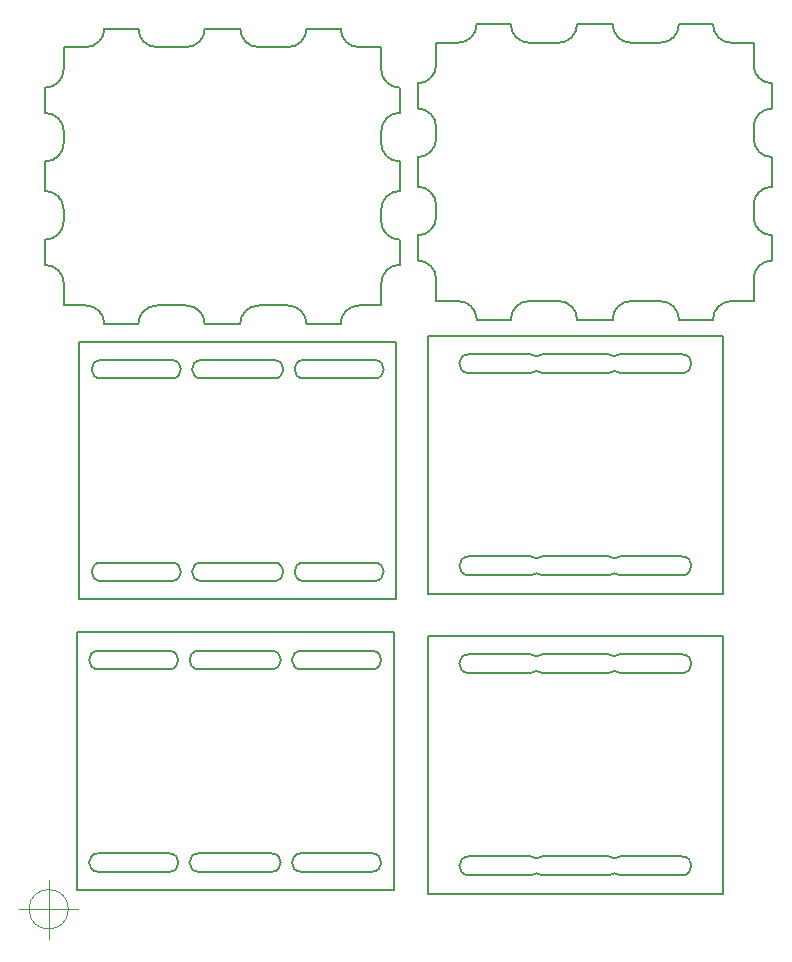
<source format=gbr>
G04 #@! TF.GenerationSoftware,KiCad,Pcbnew,(5.1.2)-1*
G04 #@! TF.CreationDate,2019-05-11T18:41:51-07:00*
G04 #@! TF.ProjectId,Assignment5_box_top,41737369-676e-46d6-956e-74355f626f78,rev?*
G04 #@! TF.SameCoordinates,Original*
G04 #@! TF.FileFunction,Profile,NP*
%FSLAX46Y46*%
G04 Gerber Fmt 4.6, Leading zero omitted, Abs format (unit mm)*
G04 Created by KiCad (PCBNEW (5.1.2)-1) date 2019-05-11 18:41:51*
%MOMM*%
%LPD*%
G04 APERTURE LIST*
%ADD10C,0.200000*%
%ADD11C,0.050000*%
G04 APERTURE END LIST*
D10*
X50580000Y-124260000D02*
X50580000Y-125260000D01*
X79020000Y-133440000D02*
G75*
G02X77460000Y-131880000I0J1560000D01*
G01*
X74020000Y-140570000D02*
X71140000Y-140570000D01*
X56900000Y-140570000D02*
G75*
G02X58460000Y-139010000I1560000J0D01*
G01*
X50580000Y-131880000D02*
G75*
G02X49020000Y-133440000I-1560000J0D01*
G01*
X50580000Y-137130000D02*
X50580000Y-139010000D01*
X49020000Y-133440000D02*
X49020000Y-135570000D01*
X52460000Y-117130000D02*
X50580000Y-117130000D01*
X69580000Y-139010000D02*
X67080000Y-139010000D01*
X52460000Y-139010000D02*
X50580000Y-139010000D01*
X50580000Y-125260000D02*
G75*
G02X49020000Y-126820000I-1560000J0D01*
G01*
X65520000Y-140570000D02*
X62520000Y-140570000D01*
X77460000Y-130880000D02*
G75*
G02X79020000Y-129320000I1560000J0D01*
G01*
X74020000Y-140570000D02*
G75*
G02X75580000Y-139010000I1560000J0D01*
G01*
X75580000Y-139010000D02*
X77460000Y-139010000D01*
X60960000Y-139010000D02*
G75*
G02X62520000Y-140570000I0J-1560000D01*
G01*
X67080000Y-117130000D02*
G75*
G02X65520000Y-115570000I0J1560000D01*
G01*
X69580000Y-117130000D02*
X67080000Y-117130000D01*
X49020000Y-129320000D02*
G75*
G02X50580000Y-130880000I0J-1560000D01*
G01*
X71140000Y-115570000D02*
G75*
G02X69580000Y-117130000I-1560000J0D01*
G01*
X79020000Y-133440000D02*
X79020000Y-135570000D01*
X65520000Y-140570000D02*
G75*
G02X67080000Y-139010000I1560000J0D01*
G01*
X74020000Y-115570000D02*
X71140000Y-115570000D01*
X69580000Y-139010000D02*
G75*
G02X71140000Y-140570000I0J-1560000D01*
G01*
X75580000Y-117130000D02*
G75*
G02X74020000Y-115570000I0J1560000D01*
G01*
X49020000Y-126820000D02*
X49020000Y-129320000D01*
X75580000Y-117130000D02*
X77460000Y-117130000D01*
X77460000Y-137130000D02*
G75*
G02X79020000Y-135570000I1560000J0D01*
G01*
X77460000Y-119010000D02*
X77460000Y-117130000D01*
X79020000Y-120570000D02*
G75*
G02X77460000Y-119010000I0J1560000D01*
G01*
X79020000Y-120570000D02*
X79020000Y-122700000D01*
X77460000Y-124260000D02*
X77460000Y-125260000D01*
X77460000Y-124260000D02*
G75*
G02X79020000Y-122700000I1560000J0D01*
G01*
X52460000Y-139010000D02*
G75*
G02X54020000Y-140570000I0J-1560000D01*
G01*
X79020000Y-126820000D02*
G75*
G02X77460000Y-125260000I0J1560000D01*
G01*
X79020000Y-126820000D02*
X79020000Y-129320000D01*
X77460000Y-131880000D02*
X77460000Y-130880000D01*
X58460000Y-139010000D02*
X60960000Y-139010000D01*
X49020000Y-122700000D02*
G75*
G02X50580000Y-124260000I0J-1560000D01*
G01*
X49020000Y-135570000D02*
G75*
G02X50580000Y-137130000I0J-1560000D01*
G01*
X50580000Y-131880000D02*
X50580000Y-130880000D01*
X56900000Y-140570000D02*
X54020000Y-140570000D01*
X50580000Y-119010000D02*
G75*
G02X49020000Y-120570000I-1560000J0D01*
G01*
X49020000Y-120570000D02*
X49020000Y-122700000D01*
X77460000Y-137130000D02*
X77460000Y-139010000D01*
X50580000Y-119010000D02*
X50580000Y-117130000D01*
X58460000Y-117130000D02*
X60960000Y-117130000D01*
X54020000Y-115570000D02*
G75*
G02X52460000Y-117130000I-1560000J0D01*
G01*
X56900000Y-115570000D02*
X54020000Y-115570000D01*
X58460000Y-117130000D02*
G75*
G02X56900000Y-115570000I0J1560000D01*
G01*
X65520000Y-115570000D02*
X62520000Y-115570000D01*
X62520000Y-115570000D02*
G75*
G02X60960000Y-117130000I-1560000J0D01*
G01*
X39610000Y-115940000D02*
G75*
G02X38050000Y-117500000I-1560000J0D01*
G01*
X35550000Y-117500000D02*
G75*
G02X33990000Y-115940000I0J1560000D01*
G01*
X33990000Y-115940000D02*
X30990000Y-115940000D01*
X30990000Y-115940000D02*
G75*
G02X29430000Y-117500000I-1560000J0D01*
G01*
X42490000Y-115940000D02*
X39610000Y-115940000D01*
X38050000Y-117500000D02*
X35550000Y-117500000D01*
X45930000Y-131250000D02*
G75*
G02X47490000Y-129690000I1560000J0D01*
G01*
X45930000Y-132250000D02*
X45930000Y-131250000D01*
X45930000Y-124630000D02*
G75*
G02X47490000Y-123070000I1560000J0D01*
G01*
X33990000Y-140940000D02*
X30990000Y-140940000D01*
X44050000Y-117500000D02*
X45930000Y-117500000D01*
X47490000Y-120940000D02*
X47490000Y-123070000D01*
X47490000Y-127190000D02*
X47490000Y-129690000D01*
X44050000Y-139380000D02*
X45930000Y-139380000D01*
X47490000Y-133810000D02*
X47490000Y-135940000D01*
X45930000Y-137500000D02*
X45930000Y-139380000D01*
X45930000Y-119380000D02*
X45930000Y-117500000D01*
X47490000Y-120940000D02*
G75*
G02X45930000Y-119380000I0J1560000D01*
G01*
X47490000Y-133810000D02*
G75*
G02X45930000Y-132250000I0J1560000D01*
G01*
X45930000Y-124630000D02*
X45930000Y-125630000D01*
X45930000Y-137500000D02*
G75*
G02X47490000Y-135940000I1560000J0D01*
G01*
X42490000Y-140940000D02*
X39610000Y-140940000D01*
X42490000Y-140940000D02*
G75*
G02X44050000Y-139380000I1560000J0D01*
G01*
X38050000Y-139380000D02*
G75*
G02X39610000Y-140940000I0J-1560000D01*
G01*
X33990000Y-140940000D02*
G75*
G02X35550000Y-139380000I1560000J0D01*
G01*
X29430000Y-139380000D02*
G75*
G02X30990000Y-140940000I0J-1560000D01*
G01*
X47490000Y-127190000D02*
G75*
G02X45930000Y-125630000I0J1560000D01*
G01*
X38050000Y-139380000D02*
X35550000Y-139380000D01*
X44050000Y-117500000D02*
G75*
G02X42490000Y-115940000I0J1560000D01*
G01*
X25370000Y-140940000D02*
X22490000Y-140940000D01*
X20930000Y-139380000D02*
X19050000Y-139380000D01*
X19050000Y-137500000D02*
X19050000Y-139380000D01*
X17490000Y-129690000D02*
G75*
G02X19050000Y-131250000I0J-1560000D01*
G01*
X17490000Y-133810000D02*
X17490000Y-135940000D01*
X20930000Y-117500000D02*
X19050000Y-117500000D01*
X19050000Y-119380000D02*
G75*
G02X17490000Y-120940000I-1560000J0D01*
G01*
X19050000Y-132250000D02*
X19050000Y-131250000D01*
X26930000Y-117500000D02*
X29430000Y-117500000D01*
X26930000Y-117500000D02*
G75*
G02X25370000Y-115940000I0J1560000D01*
G01*
X17490000Y-127190000D02*
X17490000Y-129690000D01*
X25370000Y-115940000D02*
X22490000Y-115940000D01*
X17490000Y-135940000D02*
G75*
G02X19050000Y-137500000I0J-1560000D01*
G01*
X22490000Y-115940000D02*
G75*
G02X20930000Y-117500000I-1560000J0D01*
G01*
X17490000Y-120940000D02*
X17490000Y-123070000D01*
X26930000Y-139380000D02*
X29430000Y-139380000D01*
X19050000Y-124630000D02*
X19050000Y-125630000D01*
X25370000Y-140940000D02*
G75*
G02X26930000Y-139380000I1560000J0D01*
G01*
X19050000Y-125630000D02*
G75*
G02X17490000Y-127190000I-1560000J0D01*
G01*
X20930000Y-139380000D02*
G75*
G02X22490000Y-140940000I0J-1560000D01*
G01*
X19050000Y-132250000D02*
G75*
G02X17490000Y-133810000I-1560000J0D01*
G01*
X17490000Y-123070000D02*
G75*
G02X19050000Y-124630000I0J-1560000D01*
G01*
X19050000Y-119380000D02*
X19050000Y-117500000D01*
X74845000Y-141950000D02*
X49900000Y-141950000D01*
X66155000Y-145097500D02*
G75*
G02X65668750Y-144931125I0J793750D01*
G01*
X58590000Y-160627500D02*
G75*
G02X59076250Y-160793875I0J-793750D01*
G01*
X71405000Y-162214999D02*
X66155000Y-162214999D01*
X71405000Y-145097500D02*
X66155000Y-145097500D01*
X71405000Y-143510000D02*
G75*
G02X71405000Y-145097500I0J-793750D01*
G01*
X71405000Y-160627501D02*
G75*
G02X71405000Y-162214999I0J-793749D01*
G01*
X65668749Y-162048625D02*
G75*
G02X65182500Y-162214999I-486249J627375D01*
G01*
X74845000Y-163774999D02*
X49900000Y-163774999D01*
X59076249Y-162048625D02*
G75*
G02X58590000Y-162214999I-486249J627375D01*
G01*
X65182500Y-162214999D02*
X59562500Y-162214999D01*
X53340000Y-160627500D02*
X58590000Y-160627500D01*
X49900000Y-141950000D02*
X49900000Y-163774999D01*
X74845000Y-141950000D02*
X74845000Y-163774999D01*
X53340000Y-162214999D02*
X58590000Y-162214999D01*
X59076250Y-160793875D02*
G75*
G02X59562500Y-160627500I486250J-627375D01*
G01*
X59562500Y-162215000D02*
G75*
G02X59076250Y-162048625I0J793750D01*
G01*
X71405000Y-160627500D02*
X66155000Y-160627500D01*
X53340000Y-162215000D02*
G75*
G02X53340000Y-160627500I0J793750D01*
G01*
X59562500Y-145097500D02*
G75*
G02X59076250Y-144931125I0J793750D01*
G01*
X59562500Y-145097500D02*
X65182500Y-145097500D01*
X65668750Y-144931125D02*
G75*
G02X65182500Y-145097500I-486250J627375D01*
G01*
X66155000Y-162215000D02*
G75*
G02X65668750Y-162048625I0J793750D01*
G01*
X65668750Y-160793875D02*
G75*
G02X66155000Y-160627500I486250J-627375D01*
G01*
X65182500Y-160627500D02*
G75*
G02X65668750Y-160793875I0J-793750D01*
G01*
X65182500Y-160627500D02*
X59562500Y-160627500D01*
X65182500Y-143510000D02*
G75*
G02X65668750Y-143676375I0J-793750D01*
G01*
X58590000Y-143510000D02*
G75*
G02X59076250Y-143676375I0J-793750D01*
G01*
X59076250Y-144931125D02*
G75*
G02X58590000Y-145097500I-486250J627375D01*
G01*
X53340000Y-145097500D02*
G75*
G02X53340000Y-143510000I0J793750D01*
G01*
X59076250Y-143676375D02*
G75*
G02X59562500Y-143510000I486250J-627375D01*
G01*
X71405000Y-143510000D02*
X66155000Y-143510000D01*
X65668750Y-143676375D02*
G75*
G02X66155000Y-143510000I486250J-627375D01*
G01*
X59562500Y-143510000D02*
X65182500Y-143510000D01*
X53340000Y-145097500D02*
X58590000Y-145097500D01*
X53340000Y-143510000D02*
X58590000Y-143510000D01*
X74845000Y-167350000D02*
X49900000Y-167350000D01*
X66155000Y-170497500D02*
G75*
G02X65668750Y-170331125I0J793750D01*
G01*
X58590000Y-186027500D02*
G75*
G02X59076250Y-186193875I0J-793750D01*
G01*
X71405000Y-187614999D02*
X66155000Y-187614999D01*
X71405000Y-170497500D02*
X66155000Y-170497500D01*
X71405000Y-168910000D02*
G75*
G02X71405000Y-170497500I0J-793750D01*
G01*
X71405000Y-186027501D02*
G75*
G02X71405000Y-187614999I0J-793749D01*
G01*
X65668749Y-187448625D02*
G75*
G02X65182500Y-187614999I-486249J627375D01*
G01*
X74845000Y-189174999D02*
X49900000Y-189174999D01*
X59076249Y-187448625D02*
G75*
G02X58590000Y-187614999I-486249J627375D01*
G01*
X65182500Y-187614999D02*
X59562500Y-187614999D01*
X53340000Y-186027500D02*
X58590000Y-186027500D01*
X49900000Y-167350000D02*
X49900000Y-189174999D01*
X74845000Y-167350000D02*
X74845000Y-189174999D01*
X53340000Y-187614999D02*
X58590000Y-187614999D01*
X59076250Y-186193875D02*
G75*
G02X59562500Y-186027500I486250J-627375D01*
G01*
X59562500Y-187615000D02*
G75*
G02X59076250Y-187448625I0J793750D01*
G01*
X71405000Y-186027500D02*
X66155000Y-186027500D01*
X53340000Y-187615000D02*
G75*
G02X53340000Y-186027500I0J793750D01*
G01*
X59562500Y-170497500D02*
G75*
G02X59076250Y-170331125I0J793750D01*
G01*
X59562500Y-170497500D02*
X65182500Y-170497500D01*
X65668750Y-170331125D02*
G75*
G02X65182500Y-170497500I-486250J627375D01*
G01*
X66155000Y-187615000D02*
G75*
G02X65668750Y-187448625I0J793750D01*
G01*
X65668750Y-186193875D02*
G75*
G02X66155000Y-186027500I486250J-627375D01*
G01*
X65182500Y-186027500D02*
G75*
G02X65668750Y-186193875I0J-793750D01*
G01*
X65182500Y-186027500D02*
X59562500Y-186027500D01*
X65182500Y-168910000D02*
G75*
G02X65668750Y-169076375I0J-793750D01*
G01*
X58590000Y-168910000D02*
G75*
G02X59076250Y-169076375I0J-793750D01*
G01*
X59076250Y-170331125D02*
G75*
G02X58590000Y-170497500I-486250J627375D01*
G01*
X53340000Y-170497500D02*
G75*
G02X53340000Y-168910000I0J793750D01*
G01*
X59076250Y-169076375D02*
G75*
G02X59562500Y-168910000I486250J-627375D01*
G01*
X71405000Y-168910000D02*
X66155000Y-168910000D01*
X65668750Y-169076375D02*
G75*
G02X66155000Y-168910000I486250J-627375D01*
G01*
X59562500Y-168910000D02*
X65182500Y-168910000D01*
X53340000Y-170497500D02*
X58590000Y-170497500D01*
X53340000Y-168910000D02*
X58590000Y-168910000D01*
X30695000Y-162704999D02*
X36870000Y-162704999D01*
X22195000Y-161144999D02*
X28195000Y-161144999D01*
X36870000Y-144000000D02*
G75*
G02X36870000Y-145560000I0J-780000D01*
G01*
X45370000Y-161144999D02*
G75*
G02X45370000Y-162704999I0J-780000D01*
G01*
X39370000Y-161144999D02*
X45370000Y-161144999D01*
X30695000Y-161144999D02*
X36870000Y-161144999D01*
X30695000Y-145560000D02*
G75*
G02X30695000Y-144000000I0J780000D01*
G01*
X22195000Y-162704999D02*
G75*
G02X22195000Y-161144999I0J780000D01*
G01*
X36870000Y-161144998D02*
G75*
G02X36870000Y-162705000I0J-780001D01*
G01*
X39370000Y-162704999D02*
X45370000Y-162704999D01*
X30695000Y-145560000D02*
X36870000Y-145560000D01*
X30695000Y-162704999D02*
G75*
G02X30695000Y-161144999I0J780000D01*
G01*
X30695000Y-144000000D02*
X36870000Y-144000000D01*
X47195000Y-164264999D02*
X20370000Y-164264999D01*
X20370000Y-142440000D02*
X20370000Y-164264999D01*
X47195000Y-142439999D02*
X47195000Y-164264999D01*
X47195000Y-142439999D02*
X20370000Y-142440000D01*
X28195000Y-161144999D02*
G75*
G02X28195000Y-162704999I0J-780000D01*
G01*
X28195000Y-162704999D02*
X22195000Y-162704999D01*
X39370000Y-162704999D02*
G75*
G02X39370000Y-161144999I0J780000D01*
G01*
X39370000Y-145560000D02*
X45370000Y-145560000D01*
X28195000Y-144000000D02*
X22195000Y-144000000D01*
X22195000Y-145560000D02*
X28195000Y-145560000D01*
X45370000Y-144000000D02*
G75*
G02X45370000Y-145560000I0J-780000D01*
G01*
X28195000Y-144000000D02*
G75*
G02X28195000Y-145560000I0J-780000D01*
G01*
X39370000Y-144000000D02*
X45370000Y-144000000D01*
X22195000Y-145560000D02*
G75*
G02X22195000Y-144000000I0J780000D01*
G01*
X39370000Y-145560000D02*
G75*
G02X39370000Y-144000000I0J780000D01*
G01*
D11*
X19446666Y-190500000D02*
G75*
G03X19446666Y-190500000I-1666666J0D01*
G01*
X15280000Y-190500000D02*
X20280000Y-190500000D01*
X17780000Y-188000000D02*
X17780000Y-193000000D01*
D10*
X20155000Y-167060000D02*
X20155000Y-188884999D01*
X45155000Y-185764999D02*
G75*
G02X45155000Y-187324999I0J-780000D01*
G01*
X21980000Y-185764999D02*
X27980000Y-185764999D01*
X46980000Y-167059999D02*
X20155000Y-167060000D01*
X39155000Y-185764999D02*
X45155000Y-185764999D01*
X46980000Y-188884999D02*
X20155000Y-188884999D01*
X39155000Y-187324999D02*
G75*
G02X39155000Y-185764999I0J780000D01*
G01*
X21980000Y-187324999D02*
G75*
G02X21980000Y-185764999I0J780000D01*
G01*
X27980000Y-185764999D02*
G75*
G02X27980000Y-187324999I0J-780000D01*
G01*
X30480000Y-187324999D02*
X36655000Y-187324999D01*
X46980000Y-167059999D02*
X46980000Y-188884999D01*
X27980000Y-187324999D02*
X21980000Y-187324999D01*
X36655000Y-185764998D02*
G75*
G02X36655000Y-187325000I0J-780001D01*
G01*
X39155000Y-187324999D02*
X45155000Y-187324999D01*
X30480000Y-185764999D02*
X36655000Y-185764999D01*
X45155000Y-168620000D02*
G75*
G02X45155000Y-170180000I0J-780000D01*
G01*
X39155000Y-170180000D02*
X45155000Y-170180000D01*
X39155000Y-170180000D02*
G75*
G02X39155000Y-168620000I0J780000D01*
G01*
X39155000Y-168620000D02*
X45155000Y-168620000D01*
X21980000Y-170180000D02*
X27980000Y-170180000D01*
X36655000Y-168620000D02*
G75*
G02X36655000Y-170180000I0J-780000D01*
G01*
X30480000Y-170180000D02*
G75*
G02X30480000Y-168620000I0J780000D01*
G01*
X27980000Y-168620000D02*
G75*
G02X27980000Y-170180000I0J-780000D01*
G01*
X27980000Y-168620000D02*
X21980000Y-168620000D01*
X21980000Y-170180000D02*
G75*
G02X21980000Y-168620000I0J780000D01*
G01*
X30480000Y-168620000D02*
X36655000Y-168620000D01*
X30480000Y-187324999D02*
G75*
G02X30480000Y-185764999I0J780000D01*
G01*
X30480000Y-170180000D02*
X36655000Y-170180000D01*
M02*

</source>
